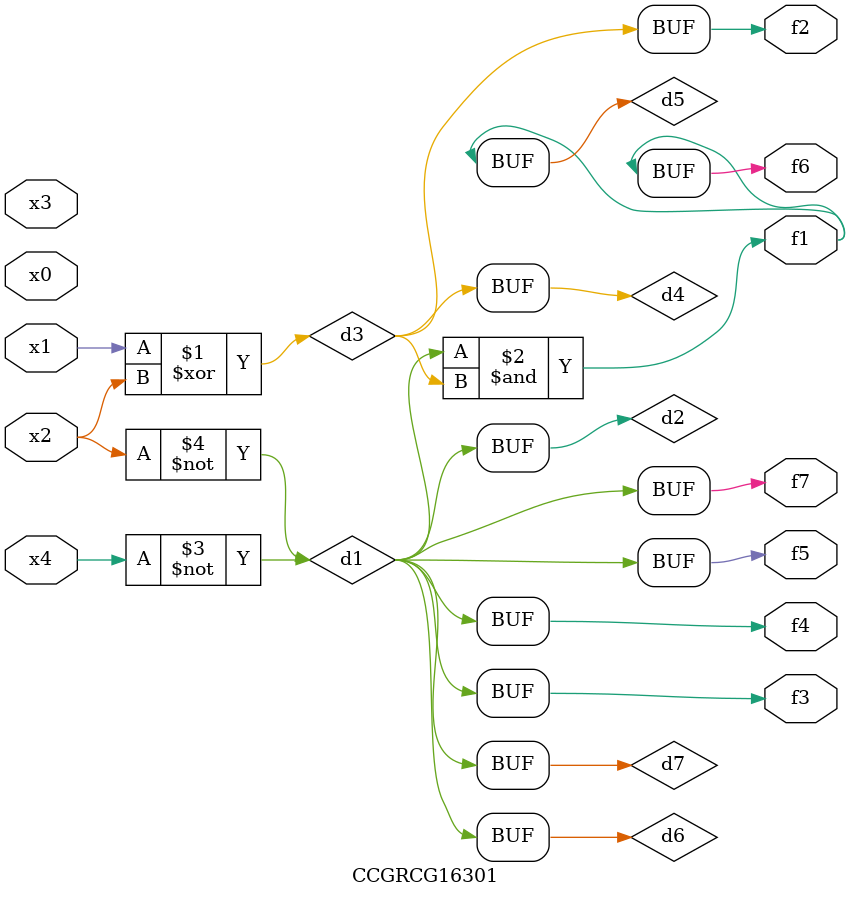
<source format=v>
module CCGRCG16301(
	input x0, x1, x2, x3, x4,
	output f1, f2, f3, f4, f5, f6, f7
);

	wire d1, d2, d3, d4, d5, d6, d7;

	not (d1, x4);
	not (d2, x2);
	xor (d3, x1, x2);
	buf (d4, d3);
	and (d5, d1, d3);
	buf (d6, d1, d2);
	buf (d7, d2);
	assign f1 = d5;
	assign f2 = d4;
	assign f3 = d7;
	assign f4 = d7;
	assign f5 = d7;
	assign f6 = d5;
	assign f7 = d7;
endmodule

</source>
